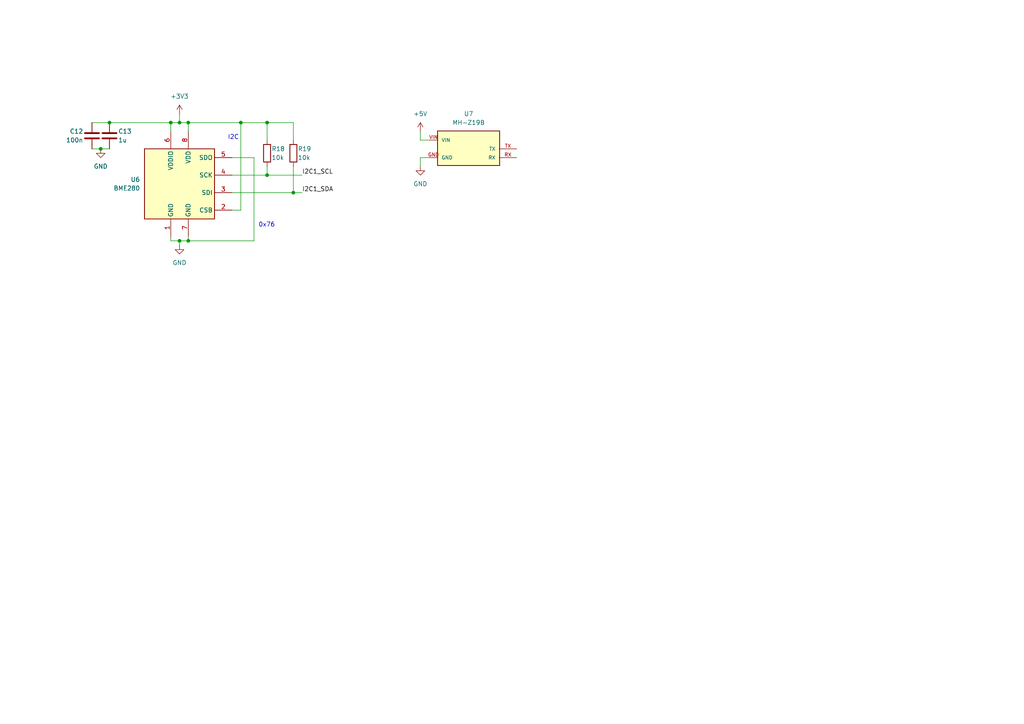
<source format=kicad_sch>
(kicad_sch (version 20230121) (generator eeschema)
  (paper "A4")
  (title_block (title "Innenmodul V2") (date "2024-01-31") (rev "A") (company "HAW Hamburg") (comment 1 "Lasse Kelling, Fabian Schmalenbach") (comment 2 "Sensoren"))
  (lib_symbols
    (symbol "Device:C" (pin_numbers hide) (pin_names (offset 0.254))
      (property "Reference" "C" (at 0.635 2.54 0))
      (property "Value" "C" (at 0.635 -2.54 0))
      (symbol "C_0_1"
        (polyline (pts (xy -2.032 -0.762) (xy 2.032 -0.762)) (stroke (width 0.508)))
        (polyline (pts (xy -2.032 0.762) (xy 2.032 0.762)) (stroke (width 0.508)))
      )
      (symbol "C_1_1"
        (pin passive line (at 0 3.81 270) (length 2.794) (name "~") (number "1"))
        (pin passive line (at 0 -3.81 90) (length 2.794) (name "~") (number "2"))
      )
    )
    (symbol "Device:R" (pin_numbers hide) (pin_names (offset 0))
      (property "Reference" "R" (at 2.032 0 90))
      (property "Value" "R" (at 0 0 90))
      (symbol "R_0_1"
        (rectangle (start -1.016 -2.54) (end 1.016 2.54) (stroke (width 0.254)))
      )
      (symbol "R_1_1"
        (pin passive line (at 0 3.81 270) (length 1.27) (name "~") (number "1"))
        (pin passive line (at 0 -3.81 90) (length 1.27) (name "~") (number "2"))
      )
    )
    (symbol "Sensor:BME280"
      (property "Reference" "U" (at -8.89 11.43 0))
      (property "Value" "BME280" (at 7.62 11.43 0))
      (symbol "BME280_0_1"
        (rectangle (start -10.16 10.16) (end 10.16 -10.16) (stroke (width 0.254)) (fill (type background)))
      )
      (symbol "BME280_1_1"
        (pin power_in line (at -2.54 -15.24 90) (length 5.08) (name "GND") (number "1"))
        (pin input line (at 15.24 -7.62 180) (length 5.08) (name "CSB") (number "2"))
        (pin bidirectional line (at 15.24 -2.54 180) (length 5.08) (name "SDI") (number "3"))
        (pin input line (at 15.24 2.54 180) (length 5.08) (name "SCK") (number "4"))
        (pin bidirectional line (at 15.24 7.62 180) (length 5.08) (name "SDO") (number "5"))
        (pin power_in line (at -2.54 15.24 270) (length 5.08) (name "VDDIO") (number "6"))
        (pin power_in line (at 2.54 -15.24 90) (length 5.08) (name "GND") (number "7"))
        (pin power_in line (at 2.54 15.24 270) (length 5.08) (name "VDD") (number "8"))
      )
    )
    (symbol "Sensor_Gas:MH-Z19B" (pin_names (offset 1.016))
      (property "Reference" "U" (at 2.46 9.16 0))
      (property "Value" "MH-Z19B" (at 11.35 -6.08 0))
      (symbol "MH-Z19B_0_0"
        (rectangle (start 2.46 9) (end 20.46 -1) (stroke (width 0.254)) (fill (type background)))
      )
      (symbol "MH-Z19B_1_0"
        (pin passive line (at 0 1.27 0) (length 2.54) (name "GND") (number "GND"))
        (pin input line (at 25.4 1.27 180) (length 5.08) (name "RX") (number "RX"))
        (pin output line (at 25.4 3.81 180) (length 5.08) (name "TX") (number "TX"))
        (pin passive line (at 0 6.35 0) (length 2.54) (name "VIN") (number "VIN"))
      )
    )
    (symbol "power:+3V3" (power) (pin_names (offset 0))
      (property "Value" "+3V3" (at 0 3.556 0))
      (symbol "+3V3_0_1"
        (polyline (pts (xy -0.762 1.27) (xy 0 2.54)))
        (polyline (pts (xy 0 0) (xy 0 2.54)))
        (polyline (pts (xy 0 2.54) (xy 0.762 1.27)))
      )
      (symbol "+3V3_1_1"
        (pin power_in line (at 0 0 90) (length 0) hide (name "+3V3") (number "1"))
      )
    )
    (symbol "power:+5V" (power) (pin_names (offset 0))
      (property "Value" "+5V" (at 0 3.556 0))
      (symbol "+5V_0_1"
        (polyline (pts (xy -0.762 1.27) (xy 0 2.54)))
        (polyline (pts (xy 0 0) (xy 0 2.54)))
        (polyline (pts (xy 0 2.54) (xy 0.762 1.27)))
      )
      (symbol "+5V_1_1"
        (pin power_in line (at 0 0 90) (length 0) hide (name "+5V") (number "1"))
      )
    )
    (symbol "power:GND" (power) (pin_names (offset 0))
      (property "Value" "GND" (at 0 -3.81 0))
      (symbol "GND_0_1"
        (polyline (pts (xy 0 0) (xy 0 -1.27) (xy 1.27 -1.27) (xy 0 -2.54) (xy -1.27 -1.27) (xy 0 -1.27)))
      )
      (symbol "GND_1_1"
        (pin power_in line (at 0 0 270) (length 0) hide (name "GND") (number "1"))
      )
    )
  )
  (junction (at 85.09 55.88))
  (junction (at 31.75 35.56))
  (junction (at 54.61 35.56))
  (junction (at 52.07 35.56))
  (junction (at 49.53 35.56))
  (junction (at 77.47 35.56))
  (junction (at 52.07 69.85))
  (junction (at 54.61 69.85))
  (junction (at 29.21 43.18))
  (junction (at 77.47 50.8))
  (junction (at 69.85 35.56))
  (wire (pts (xy 49.53 69.85) (xy 49.53 68.58)))
  (wire (pts (xy 29.21 43.18) (xy 31.75 43.18)))
  (wire (pts (xy 85.09 40.64) (xy 85.09 35.56)))
  (wire (pts (xy 69.85 35.56) (xy 54.61 35.56)))
  (wire (pts (xy 77.47 40.64) (xy 77.47 35.56)))
  (wire (pts (xy 121.92 40.64) (xy 124.46 40.64)))
  (wire (pts (xy 85.09 35.56) (xy 77.47 35.56)))
  (wire (pts (xy 121.92 45.72) (xy 124.46 45.72)))
  (wire (pts (xy 49.53 69.85) (xy 52.07 69.85)))
  (wire (pts (xy 69.85 60.96) (xy 69.85 35.56)))
  (wire (pts (xy 85.09 55.88) (xy 67.31 55.88)))
  (wire (pts (xy 67.31 45.72) (xy 73.66 45.72)))
  (wire (pts (xy 77.47 35.56) (xy 69.85 35.56)))
  (wire (pts (xy 121.92 38.1) (xy 121.92 40.64)))
  (wire (pts (xy 85.09 55.88) (xy 87.63 55.88)))
  (wire (pts (xy 26.67 43.18) (xy 29.21 43.18)))
  (wire (pts (xy 73.66 45.72) (xy 73.66 69.85)))
  (wire (pts (xy 77.47 50.8) (xy 77.47 48.26)))
  (wire (pts (xy 67.31 50.8) (xy 77.47 50.8)))
  (wire (pts (xy 52.07 33.02) (xy 52.07 35.56)))
  (wire (pts (xy 26.67 35.56) (xy 31.75 35.56)))
  (wire (pts (xy 54.61 69.85) (xy 54.61 68.58)))
  (wire (pts (xy 77.47 50.8) (xy 87.63 50.8)))
  (wire (pts (xy 49.53 35.56) (xy 52.07 35.56)))
  (wire (pts (xy 85.09 48.26) (xy 85.09 55.88)))
  (wire (pts (xy 54.61 35.56) (xy 54.61 38.1)))
  (wire (pts (xy 52.07 35.56) (xy 54.61 35.56)))
  (wire (pts (xy 54.61 69.85) (xy 73.66 69.85)))
  (wire (pts (xy 52.07 71.12) (xy 52.07 69.85)))
  (wire (pts (xy 31.75 35.56) (xy 49.53 35.56)))
  (wire (pts (xy 121.92 48.26) (xy 121.92 45.72)))
  (wire (pts (xy 49.53 35.56) (xy 49.53 38.1)))
  (wire (pts (xy 52.07 69.85) (xy 54.61 69.85)))
  (wire (pts (xy 67.31 60.96) (xy 69.85 60.96)))
  (text "0x76" (at 74.93 66.04 0) (effects (font (size 1.27 1.27)) (justify left bottom)))
  (text "I2C" (at 66.04 40.64 0) (effects (font (size 1.27 1.27)) (justify left bottom)))
  (label "I2C1_SCL" (at 87.63 50.8 0))
  (label "I2C1_SDA" (at 87.63 55.88 0))
  (symbol (lib_id "power:GND") (at 121.92 48.26 0) (unit 1)
    (property "Reference" "#PWR039" (effects hide))
    (property "Value" "GND" (at 121.92 53.34 0))
  )
  (symbol (lib_id "power:+5V") (at 121.92 38.1 0) (unit 1)
    (property "Reference" "#PWR040" (effects hide))
    (property "Value" "+5V" (at 121.92 33.02 0))
  )
  (symbol (lib_id "power:GND") (at 52.07 71.12 0) (unit 1)
    (property "Reference" "#PWR036" (effects hide))
    (property "Value" "GND" (at 52.07 76.2 0))
  )
  (symbol (lib_id "power:GND") (at 29.21 43.18 0) (unit 1)
    (property "Reference" "#PWR037" (effects hide))
    (property "Value" "GND" (at 29.21 48.26 0))
  )
  (symbol (lib_id "Device:R") (at 77.47 44.45 0) (unit 1)
    (property "Reference" "R18" (at 78.74 43.18 0) (effects (justify left)))
    (property "Value" "10k" (at 78.74 45.72 0) (effects (justify left)))
    (property "Footprint" "Resistor_SMD:R_0402_1005Metric" (effects hide))
  )
  (symbol (lib_id "power:+3V3") (at 52.07 33.02 0) (unit 1)
    (property "Reference" "#PWR038" (effects hide))
    (property "Value" "+3V3" (at 52.07 27.94 0))
  )
  (symbol (lib_id "Device:R") (at 85.09 44.45 0) (unit 1)
    (property "Reference" "R19" (at 86.36 43.18 0) (effects (justify left)))
    (property "Value" "10k" (at 86.36 45.72 0) (effects (justify left)))
    (property "Footprint" "Resistor_SMD:R_0402_1005Metric" (effects hide))
  )
  (symbol (lib_id "Device:C") (at 26.67 39.37 180) (unit 1)
    (property "Reference" "C12" (at 24.13 38.1 0) (effects (justify left)))
    (property "Value" "100n" (at 24.13 40.64 0) (effects (justify left)))
    (property "Footprint" "Capacitor_SMD:C_0402_1005Metric" (effects hide))
  )
  (symbol (lib_id "Sensor:BME280") (at 52.07 53.34 0) (unit 1)
    (property "Reference" "U6" (at 40.64 52.07 0) (effects (justify right)))
    (property "Value" "BME280" (at 40.64 54.61 0) (effects (justify right)))
    (property "Footprint" "Package_LGA:Bosch_LGA-8_2.5x2.5mm_P0.65mm_ClockwisePinNumbering" (effects hide))
    (property "Datasheet" "https://www.bosch-sensortec.com/media/boschsensortec/downloads/datasheets/bst-bme280-ds002.pdf" (effects hide))
  )
  (symbol (lib_id "Device:C") (at 31.75 39.37 0) (unit 1)
    (property "Reference" "C13" (at 34.29 38.1 0) (effects (justify left)))
    (property "Value" "1u" (at 34.29 40.64 0) (effects (justify left)))
    (property "Footprint" "Capacitor_SMD:C_0402_1005Metric" (effects hide))
  )
  (symbol (lib_id "Sensor_Gas:MH-Z19B") (at 124.46 46.99 0) (unit 1)
    (property "Reference" "U7" (at 135.92 33.02 0))
    (property "Value" "MH-Z19B" (at 135.92 35.56 0))
    (property "Footprint" "Sensor:MH-Z19B" (effects hide))
  )
)
</source>
